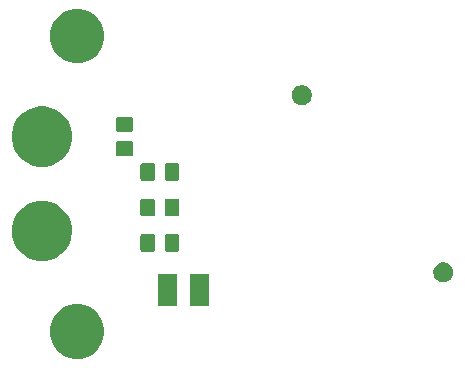
<source format=gbr>
G04 #@! TF.GenerationSoftware,KiCad,Pcbnew,5.0.2-bee76a0~70~ubuntu16.04.1*
G04 #@! TF.CreationDate,2019-11-30T17:26:29+01:00*
G04 #@! TF.ProjectId,bambule,62616d62-756c-4652-9e6b-696361645f70,rev?*
G04 #@! TF.SameCoordinates,Original*
G04 #@! TF.FileFunction,Soldermask,Top*
G04 #@! TF.FilePolarity,Negative*
%FSLAX46Y46*%
G04 Gerber Fmt 4.6, Leading zero omitted, Abs format (unit mm)*
G04 Created by KiCad (PCBNEW 5.0.2-bee76a0~70~ubuntu16.04.1) date Sat 30 Nov 2019 05:26:29 PM CET*
%MOMM*%
%LPD*%
G01*
G04 APERTURE LIST*
%ADD10C,0.100000*%
G04 APERTURE END LIST*
D10*
G36*
X75671305Y-110287002D02*
X76090140Y-110460489D01*
X76467086Y-110712357D01*
X76787643Y-111032914D01*
X77039511Y-111409860D01*
X77212998Y-111828695D01*
X77301440Y-112273326D01*
X77301440Y-112726674D01*
X77212998Y-113171305D01*
X77039511Y-113590140D01*
X76787643Y-113967086D01*
X76467086Y-114287643D01*
X76090140Y-114539511D01*
X75671305Y-114712998D01*
X75226674Y-114801440D01*
X74773326Y-114801440D01*
X74328695Y-114712998D01*
X73909860Y-114539511D01*
X73532914Y-114287643D01*
X73212357Y-113967086D01*
X72960489Y-113590140D01*
X72787002Y-113171305D01*
X72698560Y-112726674D01*
X72698560Y-112273326D01*
X72787002Y-111828695D01*
X72960489Y-111409860D01*
X73212357Y-111032914D01*
X73532914Y-110712357D01*
X73909860Y-110460489D01*
X74328695Y-110287002D01*
X74773326Y-110198560D01*
X75226674Y-110198560D01*
X75671305Y-110287002D01*
X75671305Y-110287002D01*
G37*
G36*
X86181000Y-110326000D02*
X84519000Y-110326000D01*
X84519000Y-107674000D01*
X86181000Y-107674000D01*
X86181000Y-110326000D01*
X86181000Y-110326000D01*
G37*
G36*
X83481000Y-110326000D02*
X81819000Y-110326000D01*
X81819000Y-107674000D01*
X83481000Y-107674000D01*
X83481000Y-110326000D01*
X83481000Y-110326000D01*
G37*
G36*
X106248228Y-106681703D02*
X106403100Y-106745853D01*
X106542481Y-106838985D01*
X106661015Y-106957519D01*
X106754147Y-107096900D01*
X106818297Y-107251772D01*
X106851000Y-107416184D01*
X106851000Y-107583816D01*
X106818297Y-107748228D01*
X106754147Y-107903100D01*
X106661015Y-108042481D01*
X106542481Y-108161015D01*
X106403100Y-108254147D01*
X106248228Y-108318297D01*
X106083816Y-108351000D01*
X105916184Y-108351000D01*
X105751772Y-108318297D01*
X105596900Y-108254147D01*
X105457519Y-108161015D01*
X105338985Y-108042481D01*
X105245853Y-107903100D01*
X105181703Y-107748228D01*
X105149000Y-107583816D01*
X105149000Y-107416184D01*
X105181703Y-107251772D01*
X105245853Y-107096900D01*
X105338985Y-106957519D01*
X105457519Y-106838985D01*
X105596900Y-106745853D01*
X105751772Y-106681703D01*
X105916184Y-106649000D01*
X106083816Y-106649000D01*
X106248228Y-106681703D01*
X106248228Y-106681703D01*
G37*
G36*
X72744096Y-101547033D02*
X72744098Y-101547034D01*
X72744099Y-101547034D01*
X73208352Y-101739333D01*
X73624284Y-102017250D01*
X73626171Y-102018511D01*
X73981489Y-102373829D01*
X73981491Y-102373832D01*
X74260667Y-102791648D01*
X74452966Y-103255901D01*
X74452967Y-103255904D01*
X74551000Y-103748747D01*
X74551000Y-104251253D01*
X74510142Y-104456661D01*
X74452966Y-104744099D01*
X74260667Y-105208352D01*
X74010346Y-105582983D01*
X73981489Y-105626171D01*
X73626171Y-105981489D01*
X73626168Y-105981491D01*
X73208352Y-106260667D01*
X72744099Y-106452966D01*
X72744098Y-106452966D01*
X72744096Y-106452967D01*
X72251253Y-106551000D01*
X71748747Y-106551000D01*
X71255904Y-106452967D01*
X71255902Y-106452966D01*
X71255901Y-106452966D01*
X70791648Y-106260667D01*
X70373832Y-105981491D01*
X70373829Y-105981489D01*
X70018511Y-105626171D01*
X69989654Y-105582983D01*
X69739333Y-105208352D01*
X69547034Y-104744099D01*
X69489859Y-104456661D01*
X69449000Y-104251253D01*
X69449000Y-103748747D01*
X69547033Y-103255904D01*
X69547034Y-103255901D01*
X69739333Y-102791648D01*
X70018509Y-102373832D01*
X70018511Y-102373829D01*
X70373829Y-102018511D01*
X70375716Y-102017250D01*
X70791648Y-101739333D01*
X71255901Y-101547034D01*
X71255902Y-101547034D01*
X71255904Y-101547033D01*
X71748747Y-101449000D01*
X72251253Y-101449000D01*
X72744096Y-101547033D01*
X72744096Y-101547033D01*
G37*
G36*
X81438677Y-104253465D02*
X81476364Y-104264898D01*
X81511103Y-104283466D01*
X81541548Y-104308452D01*
X81566534Y-104338897D01*
X81585102Y-104373636D01*
X81596535Y-104411323D01*
X81601000Y-104456661D01*
X81601000Y-105543339D01*
X81596535Y-105588677D01*
X81585102Y-105626364D01*
X81566534Y-105661103D01*
X81541548Y-105691548D01*
X81511103Y-105716534D01*
X81476364Y-105735102D01*
X81438677Y-105746535D01*
X81393339Y-105751000D01*
X80556661Y-105751000D01*
X80511323Y-105746535D01*
X80473636Y-105735102D01*
X80438897Y-105716534D01*
X80408452Y-105691548D01*
X80383466Y-105661103D01*
X80364898Y-105626364D01*
X80353465Y-105588677D01*
X80349000Y-105543339D01*
X80349000Y-104456661D01*
X80353465Y-104411323D01*
X80364898Y-104373636D01*
X80383466Y-104338897D01*
X80408452Y-104308452D01*
X80438897Y-104283466D01*
X80473636Y-104264898D01*
X80511323Y-104253465D01*
X80556661Y-104249000D01*
X81393339Y-104249000D01*
X81438677Y-104253465D01*
X81438677Y-104253465D01*
G37*
G36*
X83488677Y-104253465D02*
X83526364Y-104264898D01*
X83561103Y-104283466D01*
X83591548Y-104308452D01*
X83616534Y-104338897D01*
X83635102Y-104373636D01*
X83646535Y-104411323D01*
X83651000Y-104456661D01*
X83651000Y-105543339D01*
X83646535Y-105588677D01*
X83635102Y-105626364D01*
X83616534Y-105661103D01*
X83591548Y-105691548D01*
X83561103Y-105716534D01*
X83526364Y-105735102D01*
X83488677Y-105746535D01*
X83443339Y-105751000D01*
X82606661Y-105751000D01*
X82561323Y-105746535D01*
X82523636Y-105735102D01*
X82488897Y-105716534D01*
X82458452Y-105691548D01*
X82433466Y-105661103D01*
X82414898Y-105626364D01*
X82403465Y-105588677D01*
X82399000Y-105543339D01*
X82399000Y-104456661D01*
X82403465Y-104411323D01*
X82414898Y-104373636D01*
X82433466Y-104338897D01*
X82458452Y-104308452D01*
X82488897Y-104283466D01*
X82523636Y-104264898D01*
X82561323Y-104253465D01*
X82606661Y-104249000D01*
X83443339Y-104249000D01*
X83488677Y-104253465D01*
X83488677Y-104253465D01*
G37*
G36*
X81438677Y-101253465D02*
X81476364Y-101264898D01*
X81511103Y-101283466D01*
X81541548Y-101308452D01*
X81566534Y-101338897D01*
X81585102Y-101373636D01*
X81596535Y-101411323D01*
X81601000Y-101456661D01*
X81601000Y-102543339D01*
X81596535Y-102588677D01*
X81585102Y-102626364D01*
X81566534Y-102661103D01*
X81541548Y-102691548D01*
X81511103Y-102716534D01*
X81476364Y-102735102D01*
X81438677Y-102746535D01*
X81393339Y-102751000D01*
X80556661Y-102751000D01*
X80511323Y-102746535D01*
X80473636Y-102735102D01*
X80438897Y-102716534D01*
X80408452Y-102691548D01*
X80383466Y-102661103D01*
X80364898Y-102626364D01*
X80353465Y-102588677D01*
X80349000Y-102543339D01*
X80349000Y-101456661D01*
X80353465Y-101411323D01*
X80364898Y-101373636D01*
X80383466Y-101338897D01*
X80408452Y-101308452D01*
X80438897Y-101283466D01*
X80473636Y-101264898D01*
X80511323Y-101253465D01*
X80556661Y-101249000D01*
X81393339Y-101249000D01*
X81438677Y-101253465D01*
X81438677Y-101253465D01*
G37*
G36*
X83488677Y-101253465D02*
X83526364Y-101264898D01*
X83561103Y-101283466D01*
X83591548Y-101308452D01*
X83616534Y-101338897D01*
X83635102Y-101373636D01*
X83646535Y-101411323D01*
X83651000Y-101456661D01*
X83651000Y-102543339D01*
X83646535Y-102588677D01*
X83635102Y-102626364D01*
X83616534Y-102661103D01*
X83591548Y-102691548D01*
X83561103Y-102716534D01*
X83526364Y-102735102D01*
X83488677Y-102746535D01*
X83443339Y-102751000D01*
X82606661Y-102751000D01*
X82561323Y-102746535D01*
X82523636Y-102735102D01*
X82488897Y-102716534D01*
X82458452Y-102691548D01*
X82433466Y-102661103D01*
X82414898Y-102626364D01*
X82403465Y-102588677D01*
X82399000Y-102543339D01*
X82399000Y-101456661D01*
X82403465Y-101411323D01*
X82414898Y-101373636D01*
X82433466Y-101338897D01*
X82458452Y-101308452D01*
X82488897Y-101283466D01*
X82523636Y-101264898D01*
X82561323Y-101253465D01*
X82606661Y-101249000D01*
X83443339Y-101249000D01*
X83488677Y-101253465D01*
X83488677Y-101253465D01*
G37*
G36*
X81438677Y-98253465D02*
X81476364Y-98264898D01*
X81511103Y-98283466D01*
X81541548Y-98308452D01*
X81566534Y-98338897D01*
X81585102Y-98373636D01*
X81596535Y-98411323D01*
X81601000Y-98456661D01*
X81601000Y-99543339D01*
X81596535Y-99588677D01*
X81585102Y-99626364D01*
X81566534Y-99661103D01*
X81541548Y-99691548D01*
X81511103Y-99716534D01*
X81476364Y-99735102D01*
X81438677Y-99746535D01*
X81393339Y-99751000D01*
X80556661Y-99751000D01*
X80511323Y-99746535D01*
X80473636Y-99735102D01*
X80438897Y-99716534D01*
X80408452Y-99691548D01*
X80383466Y-99661103D01*
X80364898Y-99626364D01*
X80353465Y-99588677D01*
X80349000Y-99543339D01*
X80349000Y-98456661D01*
X80353465Y-98411323D01*
X80364898Y-98373636D01*
X80383466Y-98338897D01*
X80408452Y-98308452D01*
X80438897Y-98283466D01*
X80473636Y-98264898D01*
X80511323Y-98253465D01*
X80556661Y-98249000D01*
X81393339Y-98249000D01*
X81438677Y-98253465D01*
X81438677Y-98253465D01*
G37*
G36*
X83488677Y-98253465D02*
X83526364Y-98264898D01*
X83561103Y-98283466D01*
X83591548Y-98308452D01*
X83616534Y-98338897D01*
X83635102Y-98373636D01*
X83646535Y-98411323D01*
X83651000Y-98456661D01*
X83651000Y-99543339D01*
X83646535Y-99588677D01*
X83635102Y-99626364D01*
X83616534Y-99661103D01*
X83591548Y-99691548D01*
X83561103Y-99716534D01*
X83526364Y-99735102D01*
X83488677Y-99746535D01*
X83443339Y-99751000D01*
X82606661Y-99751000D01*
X82561323Y-99746535D01*
X82523636Y-99735102D01*
X82488897Y-99716534D01*
X82458452Y-99691548D01*
X82433466Y-99661103D01*
X82414898Y-99626364D01*
X82403465Y-99588677D01*
X82399000Y-99543339D01*
X82399000Y-98456661D01*
X82403465Y-98411323D01*
X82414898Y-98373636D01*
X82433466Y-98338897D01*
X82458452Y-98308452D01*
X82488897Y-98283466D01*
X82523636Y-98264898D01*
X82561323Y-98253465D01*
X82606661Y-98249000D01*
X83443339Y-98249000D01*
X83488677Y-98253465D01*
X83488677Y-98253465D01*
G37*
G36*
X72744096Y-93547033D02*
X72744098Y-93547034D01*
X72744099Y-93547034D01*
X73208352Y-93739333D01*
X73624284Y-94017250D01*
X73626171Y-94018511D01*
X73981489Y-94373829D01*
X73981491Y-94373832D01*
X74260667Y-94791648D01*
X74452966Y-95255901D01*
X74452967Y-95255904D01*
X74551000Y-95748747D01*
X74551000Y-96251253D01*
X74480305Y-96606661D01*
X74452966Y-96744099D01*
X74260667Y-97208352D01*
X74048178Y-97526364D01*
X73981489Y-97626171D01*
X73626171Y-97981489D01*
X73626168Y-97981491D01*
X73208352Y-98260667D01*
X72744099Y-98452966D01*
X72744098Y-98452966D01*
X72744096Y-98452967D01*
X72251253Y-98551000D01*
X71748747Y-98551000D01*
X71255904Y-98452967D01*
X71255902Y-98452966D01*
X71255901Y-98452966D01*
X70791648Y-98260667D01*
X70373832Y-97981491D01*
X70373829Y-97981489D01*
X70018511Y-97626171D01*
X69951822Y-97526364D01*
X69739333Y-97208352D01*
X69547034Y-96744099D01*
X69519696Y-96606661D01*
X69449000Y-96251253D01*
X69449000Y-95748747D01*
X69547033Y-95255904D01*
X69547034Y-95255901D01*
X69739333Y-94791648D01*
X70018509Y-94373832D01*
X70018511Y-94373829D01*
X70373829Y-94018511D01*
X70375716Y-94017250D01*
X70791648Y-93739333D01*
X71255901Y-93547034D01*
X71255902Y-93547034D01*
X71255904Y-93547033D01*
X71748747Y-93449000D01*
X72251253Y-93449000D01*
X72744096Y-93547033D01*
X72744096Y-93547033D01*
G37*
G36*
X79588677Y-96403465D02*
X79626364Y-96414898D01*
X79661103Y-96433466D01*
X79691548Y-96458452D01*
X79716534Y-96488897D01*
X79735102Y-96523636D01*
X79746535Y-96561323D01*
X79751000Y-96606661D01*
X79751000Y-97443339D01*
X79746535Y-97488677D01*
X79735102Y-97526364D01*
X79716534Y-97561103D01*
X79691548Y-97591548D01*
X79661103Y-97616534D01*
X79626364Y-97635102D01*
X79588677Y-97646535D01*
X79543339Y-97651000D01*
X78456661Y-97651000D01*
X78411323Y-97646535D01*
X78373636Y-97635102D01*
X78338897Y-97616534D01*
X78308452Y-97591548D01*
X78283466Y-97561103D01*
X78264898Y-97526364D01*
X78253465Y-97488677D01*
X78249000Y-97443339D01*
X78249000Y-96606661D01*
X78253465Y-96561323D01*
X78264898Y-96523636D01*
X78283466Y-96488897D01*
X78308452Y-96458452D01*
X78338897Y-96433466D01*
X78373636Y-96414898D01*
X78411323Y-96403465D01*
X78456661Y-96399000D01*
X79543339Y-96399000D01*
X79588677Y-96403465D01*
X79588677Y-96403465D01*
G37*
G36*
X79588677Y-94353465D02*
X79626364Y-94364898D01*
X79661103Y-94383466D01*
X79691548Y-94408452D01*
X79716534Y-94438897D01*
X79735102Y-94473636D01*
X79746535Y-94511323D01*
X79751000Y-94556661D01*
X79751000Y-95393339D01*
X79746535Y-95438677D01*
X79735102Y-95476364D01*
X79716534Y-95511103D01*
X79691548Y-95541548D01*
X79661103Y-95566534D01*
X79626364Y-95585102D01*
X79588677Y-95596535D01*
X79543339Y-95601000D01*
X78456661Y-95601000D01*
X78411323Y-95596535D01*
X78373636Y-95585102D01*
X78338897Y-95566534D01*
X78308452Y-95541548D01*
X78283466Y-95511103D01*
X78264898Y-95476364D01*
X78253465Y-95438677D01*
X78249000Y-95393339D01*
X78249000Y-94556661D01*
X78253465Y-94511323D01*
X78264898Y-94473636D01*
X78283466Y-94438897D01*
X78308452Y-94408452D01*
X78338897Y-94383466D01*
X78373636Y-94364898D01*
X78411323Y-94353465D01*
X78456661Y-94349000D01*
X79543339Y-94349000D01*
X79588677Y-94353465D01*
X79588677Y-94353465D01*
G37*
G36*
X94248228Y-91681703D02*
X94403100Y-91745853D01*
X94542481Y-91838985D01*
X94661015Y-91957519D01*
X94754147Y-92096900D01*
X94818297Y-92251772D01*
X94851000Y-92416184D01*
X94851000Y-92583816D01*
X94818297Y-92748228D01*
X94754147Y-92903100D01*
X94661015Y-93042481D01*
X94542481Y-93161015D01*
X94403100Y-93254147D01*
X94248228Y-93318297D01*
X94083816Y-93351000D01*
X93916184Y-93351000D01*
X93751772Y-93318297D01*
X93596900Y-93254147D01*
X93457519Y-93161015D01*
X93338985Y-93042481D01*
X93245853Y-92903100D01*
X93181703Y-92748228D01*
X93149000Y-92583816D01*
X93149000Y-92416184D01*
X93181703Y-92251772D01*
X93245853Y-92096900D01*
X93338985Y-91957519D01*
X93457519Y-91838985D01*
X93596900Y-91745853D01*
X93751772Y-91681703D01*
X93916184Y-91649000D01*
X94083816Y-91649000D01*
X94248228Y-91681703D01*
X94248228Y-91681703D01*
G37*
G36*
X75671305Y-85287002D02*
X76090140Y-85460489D01*
X76467086Y-85712357D01*
X76787643Y-86032914D01*
X77039511Y-86409860D01*
X77212998Y-86828695D01*
X77301440Y-87273326D01*
X77301440Y-87726674D01*
X77212998Y-88171305D01*
X77039511Y-88590140D01*
X76787643Y-88967086D01*
X76467086Y-89287643D01*
X76090140Y-89539511D01*
X75671305Y-89712998D01*
X75226674Y-89801440D01*
X74773326Y-89801440D01*
X74328695Y-89712998D01*
X73909860Y-89539511D01*
X73532914Y-89287643D01*
X73212357Y-88967086D01*
X72960489Y-88590140D01*
X72787002Y-88171305D01*
X72698560Y-87726674D01*
X72698560Y-87273326D01*
X72787002Y-86828695D01*
X72960489Y-86409860D01*
X73212357Y-86032914D01*
X73532914Y-85712357D01*
X73909860Y-85460489D01*
X74328695Y-85287002D01*
X74773326Y-85198560D01*
X75226674Y-85198560D01*
X75671305Y-85287002D01*
X75671305Y-85287002D01*
G37*
M02*

</source>
